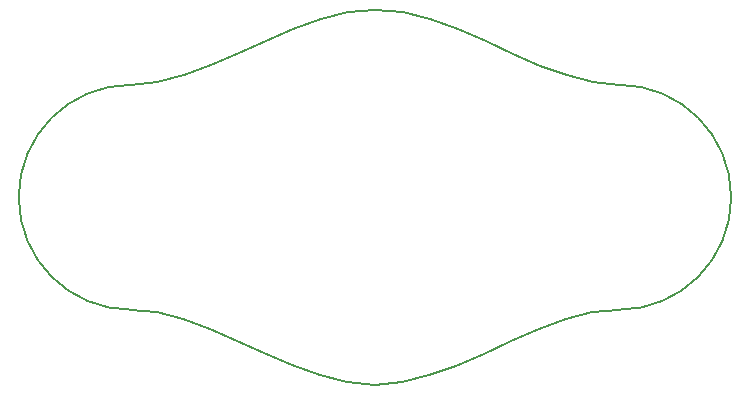
<source format=gbr>
G04 DipTrace 3.0.0.1*
G04 BoardOutline No Holes.gbr*
%MOIN*%
G04 #@! TF.FileFunction,Profile*
G04 #@! TF.Part,Single*
%ADD11C,0.005512*%
%FSLAX26Y26*%
G04*
G70*
G90*
G75*
G01*
G04 BoardOutline*
%LPD*%
X2394016Y1394016D2*
D11*
G02X2394016Y644016I-13J-375000D01*
G01*
X2306549Y635315D1*
X2217533Y612008D1*
X2127257Y578307D1*
X2035997Y538451D1*
X1944029Y496627D1*
X1853320Y457717D1*
X1762480Y424987D1*
X1671785Y402428D1*
X1581509Y394016D1*
X1489593Y402717D1*
X1397244Y426024D1*
X1304751Y459724D1*
X1212402Y499580D1*
X1120486Y541404D1*
X1030892Y580315D1*
X942283Y613045D1*
X854895Y635604D1*
X769016Y644016D1*
G02X769003Y1394016I0J375000D01*
G01*
X856470Y1402717D1*
X945486Y1426024D1*
X1035761Y1459724D1*
X1127021Y1499580D1*
X1218990Y1541404D1*
X1309698Y1580315D1*
X1400538Y1613045D1*
X1491234Y1635604D1*
X1581509Y1644016D1*
X1673425Y1635315D1*
X1765774Y1612008D1*
X1858268Y1578307D1*
X1950617Y1538451D1*
X2042533Y1496627D1*
X2132126Y1457717D1*
X2220735Y1424987D1*
X2308123Y1402428D1*
X2394016Y1394016D1*
M02*

</source>
